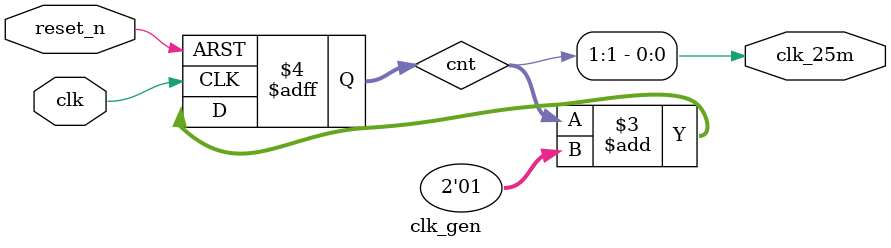
<source format=v>
`timescale 1ns / 1ps

module clk_gen (
    input wire clk,      // 100MHz clock in
    input wire reset_n,  
    output wire clk_25m   // 25MHz clock out
);

reg [1:0] cnt;

always @(posedge clk or negedge reset_n) begin
    if (!reset_n) begin
        cnt <= 2'd0;  
    end else begin
        cnt <= cnt + 2'd1;  // Counter, divide clock
    end
end
assign clk_25m=cnt[1];

endmodule

</source>
